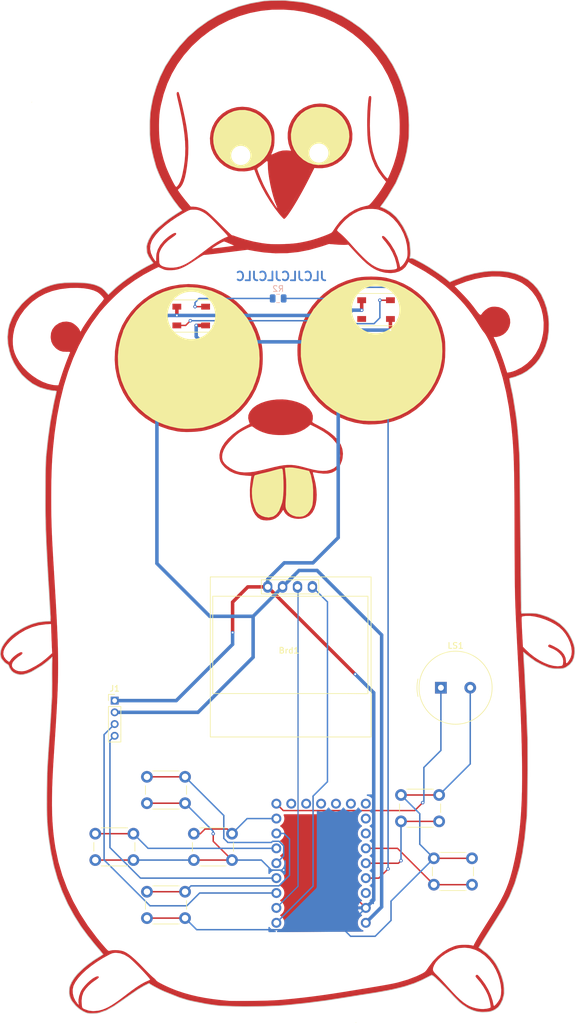
<source format=kicad_pcb>
(kicad_pcb (version 20240108) (generator "pcbnew") (generator_version "8.0")
  (layers (0 "F.Cu" signal) (31 "B.Cu" signal) (34 "B.Paste" user) (35 "F.Paste" user) (36 "B.SilkS" user "B.Silkscreen") (37 "F.SilkS" user "F.Silkscreen") (38 "B.Mask" user) (39 "F.Mask" user) (44 "Edge.Cuts" user))
  (net 0 "")
  (net 1 "GND")
  (net 2 "VCC")
  (net 3 "Net-(D1-DIN)")
  (net 4 "Net-(D1-DOUT)")
  (net 6 "/SDA")
  (net 7 "/SCL")
  (net 8 "/SDA1")
  (net 9 "/SCL1")
  (net 10 "Net-(U1-GP8)")
  (net 11 "/GP29")
  (net 12 "Net-(U1-GP4)")
  (net 13 "Net-(U1-GP5)")
  (net 14 "Net-(U1-GP6)")
  (net 15 "Net-(U1-GP7)")
  (net 16 "Net-(U1-GP28)")
  (net 17 "Net-(U1-GP27)")
  (footprint "MountingHole:MountingHole_3.2mm_M3" (layer "F.Cu") (at 111.2 27.4)
    (property "Reference" "REF**" (hide yes))
    (property "Value" "MountingHole_3.2mm_M3")
  )
  (footprint "LED_SMD:LED_WS2812B_PLCC4_5.0x5.0mm_P3.2mm" (layer "F.Cu") (at 96.15 72.4)
    (property "Reference" "D1" (hide yes))
    (property "Value" "WS2812B")
  )
  (footprint "LED_SMD:LED_WS2812B_PLCC4_5.0x5.0mm_P3.2mm" (layer "F.Cu") (at 127.65 71.3)
    (property "Reference" "D2" (hide yes))
    (property "Value" "WS2812B")
  )
  (footprint "rp2040-zero:my-rp2040-zero" (layer "F.Cu") (at 118.28 165.74 180)
    (property "Reference" "U1" (hide yes))
    (property "Value" "~" (hide yes))
  )
  (footprint "XIAO:128x64OLED" (layer "F.Cu") (at 112.8 129.2)
    (property "Reference" "Brd1")
    (property "Value" "SSD1306")
  )
  (footprint "Button_Switch_THT:SW_PUSH_6mm_H4.3mm" (layer "F.Cu") (at 131.9 154.1)
    (property "Reference" "SW5" (hide yes))
    (property "Value" "SW_Push")
  )
  (footprint "Button_Switch_THT:SW_PUSH_6mm_H4.3mm" (layer "F.Cu") (at 79.8 160.7)
    (property "Reference" "SW2" (hide yes))
    (property "Value" "SW_Push")
  )
  (footprint "Button_Switch_THT:SW_PUSH_6mm_H4.3mm" (layer "F.Cu") (at 88.6 170.6)
    (property "Reference" "SW3" (hide yes))
    (property "Value" "SW_Push")
  )
  (footprint "Connector_PinHeader_2.00mm:PinHeader_1x04_P2.00mm_Vertical" (layer "F.Cu") (at 83.1 138)
    (property "Reference" "J1")
    (property "Value" "Conn_01x04_Pin")
  )
  (footprint "Button_Switch_THT:SW_PUSH_6mm_H4.3mm" (layer "F.Cu") (at 88.6 151)
    (property "Reference" "SW1" (hide yes))
    (property "Value" "SW_Push")
  )
  (footprint "Button_Switch_THT:SW_PUSH_6mm_H4.3mm" (layer "F.Cu") (at 96.6 160.7)
    (property "Reference" "SW4" (hide yes))
    (property "Value" "SW_Push")
  )
  (footprint "Button_Switch_THT:SW_PUSH_6mm_H4.3mm" (layer "F.Cu") (at 137.5 164.9)
    (property "Reference" "SW6" (hide yes))
    (property "Value" "SW_Push")
  )
  (footprint "Buzzer_Beeper:Buzzer_TDK_PS1240P02BT_D12.2mm_H6.5mm" (layer "F.Cu") (at 138.7 135.8)
    (property "Reference" "LS1")
    (property "Value" "Speaker")
  )
  (footprint "gopher:gopher_bird" (layer "F.Cu") (at 112.2 108.9)
    (property "Reference" "G***" (hide yes))
    (property "Value" "LOGO" (hide yes))
    (fp_line (start -48.58 21.17) (end -48.52 20.56) (stroke (width 0.12)) (layer "Edge.Cuts"))
    (fp_line (start -48.52 20.56) (end -48.3 19.94) (stroke (width 0.12)) (layer "Edge.Cuts"))
    (fp_line (start -48.49 21.72) (end -48.58 21.17) (stroke (width 0.12)) (layer "Edge.Cuts"))
    (fp_line (start -48.35 21.99) (end -48.49 21.72) (stroke (width 0.12)) (layer "Edge.Cuts"))
    (fp_line (start -48.3 19.94) (end -47.9 19.3) (stroke (width 0.12)) (layer "Edge.Cuts"))
    (fp_line (start -48.09 22.33) (end -48.35 21.99) (stroke (width 0.12)) (layer "Edge.Cuts"))
    (fp_line (start -47.9 19.3) (end -47.39 18.67) (stroke (width 0.12)) (layer "Edge.Cuts"))
    (fp_line (start -47.84 22.61) (end -48.09 22.33) (stroke (width 0.12)) (layer "Edge.Cuts"))
    (fp_line (start -47.56 22.82) (end -47.84 22.61) (stroke (width 0.12)) (layer "Edge.Cuts"))
    (fp_line (start -47.39 18.67) (end -46.74 18.03) (stroke (width 0.12)) (layer "Edge.Cuts"))
    (fp_line (start -47.37 -32.93) (end -47.26 -34.14) (stroke (width 0.12)) (layer "Edge.Cuts"))
    (fp_line (start -47.31 -31.76) (end -47.37 -32.93) (stroke (width 0.12)) (layer "Edge.Cuts"))
    (fp_line (start -47.3 22.96) (end -47.56 22.82) (stroke (width 0.12)) (layer "Edge.Cuts"))
    (fp_line (start -47.26 -34.14) (end -47.06 -35.02) (stroke (width 0.12)) (layer "Edge.Cuts"))
    (fp_line (start -47.2 23.07) (end -47.3 22.96) (stroke (width 0.12)) (layer "Edge.Cuts"))
    (fp_line (start -47.06 -35.02) (end -46.61 -36.16) (stroke (width 0.12)) (layer "Edge.Cuts"))
    (fp_line (start -47.03 -30.45) (end -47.31 -31.76) (stroke (width 0.12)) (layer "Edge.Cuts"))
    (fp_line (start -46.99 23.57) (end -47.2 23.07) (stroke (width 0.12)) (layer "Edge.Cuts"))
    (fp_line (start -46.75 -29.5) (end -47.03 -30.45) (stroke (width 0.12)) (layer "Edge.Cuts"))
    (fp_line (start -46.74 18.03) (end -46.14 17.56) (stroke (width 0.12)) (layer "Edge.Cuts"))
    (fp_line (start -46.7 24.01) (end -46.99 23.57) (stroke (width 0.12)) (layer "Edge.Cuts"))
    (fp_line (start -46.61 -36.16) (end -46.21 -36.9) (stroke (width 0.12)) (layer "Edge.Cuts"))
    (fp_line (start -46.29 24.36) (end -46.7 24.01) (stroke (width 0.12)) (layer "Edge.Cuts"))
    (fp_line (start -46.26 -28.43) (end -46.75 -29.5) (stroke (width 0.12)) (layer "Edge.Cuts"))
    (fp_line (start -46.21 -36.9) (end -46.03 -37.22) (stroke (width 0.12)) (layer "Edge.Cuts"))
    (fp_line (start -46.14 17.56) (end -45.11 16.91) (stroke (width 0.12)) (layer "Edge.Cuts"))
    (fp_line (start -46.03 -37.22) (end -44.96 -38.55) (stroke (width 0.12)) (layer "Edge.Cuts"))
    (fp_line (start -45.72 24.6) (end -46.29 24.36) (stroke (width 0.12)) (layer "Edge.Cuts"))
    (fp_line (start -45.67 -27.45) (end -46.26 -28.43) (stroke (width 0.12)) (layer "Edge.Cuts"))
    (fp_line (start -45.24 24.68) (end -45.72 24.6) (stroke (width 0.12)) (layer "Edge.Cuts"))
    (fp_line (start -45.11 16.91) (end -44.52 16.58) (stroke (width 0.12)) (layer "Edge.Cuts"))
    (fp_line (start -44.96 -38.55) (end -44.39 -39.11) (stroke (width 0.12)) (layer "Edge.Cuts"))
    (fp_line (start -44.92 -26.47) (end -45.67 -27.45) (stroke (width 0.12)) (layer "Edge.Cuts"))
    (fp_line (start -44.65 24.66) (end -45.24 24.68) (stroke (width 0.12)) (layer "Edge.Cuts"))
    (fp_line (start -44.52 16.58) (end -43.82 16.26) (stroke (width 0.12)) (layer "Edge.Cuts"))
    (fp_line (start -44.39 -39.11) (end -43.49 -39.91) (stroke (width 0.12)) (layer "Edge.Cuts"))
    (fp_line (start -44.1 -25.7) (end -44.92 -26.47) (stroke (width 0.12)) (layer "Edge.Cuts"))
    (fp_line (start -43.96 24.47) (end -44.65 24.66) (stroke (width 0.12)) (layer "Edge.Cuts"))
    (fp_line (start -43.82 16.26) (end -43.08 15.97) (stroke (width 0.12)) (layer "Edge.Cuts"))
    (fp_line (start -43.49 -39.91) (end -42.53 -40.58) (stroke (width 0.12)) (layer "Edge.Cuts"))
    (fp_line (start -43.36 24.23) (end -43.96 24.47) (stroke (width 0.12)) (layer "Edge.Cuts"))
    (fp_line (start -43.14 -24.96) (end -44.1 -25.7) (stroke (width 0.12)) (layer "Edge.Cuts"))
    (fp_line (start -43.08 15.97) (end -42.13 15.71) (stroke (width 0.12)) (layer "Edge.Cuts"))
    (fp_line (start -42.91 23.98) (end -43.36 24.23) (stroke (width 0.12)) (layer "Edge.Cuts"))
    (fp_line (start -42.53 -40.58) (end -41.41 -41.2) (stroke (width 0.12)) (layer "Edge.Cuts"))
    (fp_line (start -42.22 -24.47) (end -43.14 -24.96) (stroke (width 0.12)) (layer "Edge.Cuts"))
    (fp_line (start -42.13 15.71) (end -41.13 15.58) (stroke (width 0.12)) (layer "Edge.Cuts"))
    (fp_line (start -41.76 -24.27) (end -42.22 -24.47) (stroke (width 0.12)) (layer "Edge.Cuts"))
    (fp_line (start -41.44 23.09) (end -42.91 23.98) (stroke (width 0.12)) (layer "Edge.Cuts"))
    (fp_line (start -41.41 -41.2) (end -40.65 -41.53) (stroke (width 0.12)) (layer "Edge.Cuts"))
    (fp_line (start -41.13 15.58) (end -40.06 15.53) (stroke (width 0.12)) (layer "Edge.Cuts"))
    (fp_line (start -40.92 -4.43) (end -40.91 -6.35) (stroke (width 0.12)) (layer "Edge.Cuts"))
    (fp_line (start -40.92 -3.26) (end -40.92 -4.43) (stroke (width 0.12)) (layer "Edge.Cuts"))
    (fp_line (start -40.91 -6.35) (end -40.89 -10.57) (stroke (width 0.12)) (layer "Edge.Cuts"))
    (fp_line (start -40.89 -10.57) (end -40.81 -12.49) (stroke (width 0.12)) (layer "Edge.Cuts"))
    (fp_line (start -40.88 -1.62) (end -40.92 -3.26) (stroke (width 0.12)) (layer "Edge.Cuts"))
    (fp_line (start -40.86 -0.14) (end -40.88 -1.62) (stroke (width 0.12)) (layer "Edge.Cuts"))
    (fp_line (start -40.81 -12.49) (end -40.49 -15.48) (stroke (width 0.12)) (layer "Edge.Cuts"))
    (fp_line (start -40.75 -23.97) (end -41.76 -24.27) (stroke (width 0.12)) (layer "Edge.Cuts"))
    (fp_line (start -40.71 3.16) (end -40.86 -0.14) (stroke (width 0.12)) (layer "Edge.Cuts"))
    (fp_line (start -40.68 45.15) (end -40.66 43.86) (stroke (width 0.12)) (layer "Edge.Cuts"))
    (fp_line (start -40.68 46.38) (end -40.68 45.15) (stroke (width 0.12)) (layer "Edge.Cuts"))
    (fp_line (start -40.68 47.61) (end -40.68 46.38) (stroke (width 0.12)) (layer "Edge.Cuts"))
    (fp_line (start -40.66 43.86) (end -40.62 41.76) (stroke (width 0.12)) (layer "Edge.Cuts"))
    (fp_line (start -40.66 48.59) (end -40.68 47.61) (stroke (width 0.12)) (layer "Edge.Cuts"))
    (fp_line (start -40.65 -41.53) (end -39.91 -41.79) (stroke (width 0.12)) (layer "Edge.Cuts"))
    (fp_line (start -40.62 5.04) (end -40.71 3.16) (stroke (width 0.12)) (layer "Edge.Cuts"))
    (fp_line (start -40.62 41.76) (end -40.55 39.99) (stroke (width 0.12)) (layer "Edge.Cuts"))
    (fp_line (start -40.62 49.56) (end -40.66 48.59) (stroke (width 0.12)) (layer "Edge.Cuts"))
    (fp_line (start -40.55 39.99) (end -40.48 38.95) (stroke (width 0.12)) (layer "Edge.Cuts"))
    (fp_line (start -40.5 22.37) (end -41.44 23.09) (stroke (width 0.12)) (layer "Edge.Cuts"))
    (fp_line (start -40.49 -15.48) (end -40.09 -18.41) (stroke (width 0.12)) (layer "Edge.Cuts"))
    (fp_line (start -40.49 51.33) (end -40.62 49.56) (stroke (width 0.12)) (layer "Edge.Cuts"))
    (fp_line (start -40.48 38.95) (end -40.35 36.88) (stroke (width 0.12)) (layer "Edge.Cuts"))
    (fp_line (start -40.43 8.47) (end -40.62 5.04) (stroke (width 0.12)) (layer "Edge.Cuts"))
    (fp_line (start -40.35 36.88) (end -40.16 34.28) (stroke (width 0.12)) (layer "Edge.Cuts"))
    (fp_line (start -40.32 52.76) (end -40.49 51.33) (stroke (width 0.12)) (layer "Edge.Cuts"))
    (fp_line (start -40.26 11.12) (end -40.43 8.47) (stroke (width 0.12)) (layer "Edge.Cuts"))
    (fp_line (start -40.16 34.28) (end -39.95 30.92) (stroke (width 0.12)) (layer "Edge.Cuts"))
    (fp_line (start -40.14 13.4) (end -40.26 11.12) (stroke (width 0.12)) (layer "Edge.Cuts"))
    (fp_line (start -40.09 -18.41) (end -39.47 -21.71) (stroke (width 0.12)) (layer "Edge.Cuts"))
    (fp_line (start -40.06 15.53) (end -40.04 14.86) (stroke (width 0.12)) (layer "Edge.Cuts"))
    (fp_line (start -40.04 14.86) (end -40.14 13.4) (stroke (width 0.12)) (layer "Edge.Cuts"))
    (fp_line (start -39.98 54.94) (end -40.32 52.76) (stroke (width 0.12)) (layer "Edge.Cuts"))
    (fp_line (start -39.95 30.92) (end -39.81 28.43) (stroke (width 0.12)) (layer "Edge.Cuts"))
    (fp_line (start -39.92 -23.79) (end -40.75 -23.97) (stroke (width 0.12)) (layer "Edge.Cuts"))
    (fp_line (start -39.91 -41.79) (end -38.97 -42.03) (stroke (width 0.12)) (layer "Edge.Cuts"))
    (fp_line (start -39.81 28.43) (end -39.79 26.13) (stroke (width 0.12)) (layer "Edge.Cuts"))
    (fp_line (start -39.8 24.45) (end -39.79 22.78) (stroke (width 0.12)) (layer "Edge.Cuts"))
    (fp_line (start -39.79 22.78) (end -39.75 21.69) (stroke (width 0.12)) (layer "Edge.Cuts"))
    (fp_line (start -39.79 26.13) (end -39.8 24.45) (stroke (width 0.12)) (layer "Edge.Cuts"))
    (fp_line (start -39.75 21.69) (end -40.5 22.37) (stroke (width 0.12)) (layer "Edge.Cuts"))
    (fp_line (start -39.47 -21.71) (end -39.24 -22.72) (stroke (width 0.12)) (layer "Edge.Cuts"))
    (fp_line (start -39.46 57.37) (end -39.98 54.94) (stroke (width 0.12)) (layer "Edge.Cuts"))
    (fp_line (start -39.35 -23.73) (end -39.92 -23.79) (stroke (width 0.12)) (layer "Edge.Cuts"))
    (fp_line (start -39.24 -22.72) (end -39.03 -23.67) (stroke (width 0.12)) (layer "Edge.Cuts"))
    (fp_line (start -39.03 -23.67) (end -39.35 -23.73) (stroke (width 0.12)) (layer "Edge.Cuts"))
    (fp_line (start -38.97 -42.03) (end -37.63 -42.2) (stroke (width 0.12)) (layer "Edge.Cuts"))
    (fp_line (start -38.86 59.48) (end -39.46 57.37) (stroke (width 0.12)) (layer "Edge.Cuts"))
    (fp_line (start -38.06 61.67) (end -38.86 59.48) (stroke (width 0.12)) (layer "Edge.Cuts"))
    (fp_line (start -37.63 -42.2) (end -35.99 -42.22) (stroke (width 0.12)) (layer "Edge.Cuts"))
    (fp_line (start -37.09 63.83) (end -38.06 61.67) (stroke (width 0.12)) (layer "Edge.Cuts"))
    (fp_line (start -36.86 78.91) (end -36.81 78.04) (stroke (width 0.12)) (layer "Edge.Cuts"))
    (fp_line (start -36.81 78.04) (end -36.74 77.79) (stroke (width 0.12)) (layer "Edge.Cuts"))
    (fp_line (start -36.77 79.54) (end -36.86 78.91) (stroke (width 0.12)) (layer "Edge.Cuts"))
    (fp_line (start -36.74 77.79) (end -36.43 77.09) (stroke (width 0.12)) (layer "Edge.Cuts"))
    (fp_line (start -36.53 80.14) (end -36.77 79.54) (stroke (width 0.12)) (layer "Edge.Cuts"))
    (fp_line (start -36.43 77.09) (end -35.99 76.39) (stroke (width 0.12)) (layer "Edge.Cuts"))
    (fp_line (start -36.23 80.57) (end -36.53 80.14) (stroke (width 0.12)) (layer "Edge.Cuts"))
    (fp_line (start -36.04 65.75) (end -37.09 63.83) (stroke (width 0.12)) (layer "Edge.Cuts"))
    (fp_line (start -35.99 -42.22) (end -35.17 -42.21) (stroke (width 0.12)) (layer "Edge.Cuts"))
    (fp_line (start -35.99 76.39) (end -35.42 75.69) (stroke (width 0.12)) (layer "Edge.Cuts"))
    (fp_line (start -35.72 81.18) (end -36.23 80.57) (stroke (width 0.12)) (layer "Edge.Cuts"))
    (fp_line (start -35.42 75.69) (end -34.59 74.88) (stroke (width 0.12)) (layer "Edge.Cuts"))
    (fp_line (start -35.36 81.5) (end -35.72 81.18) (stroke (width 0.12)) (layer "Edge.Cuts"))
    (fp_line (start -35.17 -42.21) (end -34.15 -42.17) (stroke (width 0.12)) (layer "Edge.Cuts"))
    (fp_line (start -35.14 81.7) (end -35.36 81.5) (stroke (width 0.12)) (layer "Edge.Cuts"))
    (fp_line (start -34.87 67.61) (end -36.04 65.75) (stroke (width 0.12)) (layer "Edge.Cuts"))
    (fp_line (start -34.59 74.88) (end -33.75 74.17) (stroke (width 0.12)) (layer "Edge.Cuts"))
    (fp_line (start -34.51 82.1) (end -35.14 81.7) (stroke (width 0.12)) (layer "Edge.Cuts"))
    (fp_line (start -34.15 -42.17) (end -33.26 -42.04) (stroke (width 0.12)) (layer "Edge.Cuts"))
    (fp_line (start -33.94 82.36) (end -34.51 82.1) (stroke (width 0.12)) (layer "Edge.Cuts"))
    (fp_line (start -33.75 74.17) (end -33.2 73.77) (stroke (width 0.12)) (layer "Edge.Cuts"))
    (fp_line (start -33.72 69.17) (end -34.87 67.61) (stroke (width 0.12)) (layer "Edge.Cuts"))
    (fp_line (start -33.71 82.43) (end -33.94 82.36) (stroke (width 0.12)) (layer "Edge.Cuts"))
    (fp_line (start -33.27 82.47) (end -33.71 82.43) (stroke (width 0.12)) (layer "Edge.Cuts"))
    (fp_line (start -33.26 -42.04) (end -32.54 -41.88) (stroke (width 0.12)) (layer "Edge.Cuts"))
    (fp_line (start -33.2 73.77) (end -32.67 73.39) (stroke (width 0.12)) (layer "Edge.Cuts"))
    (fp_line (start -32.72 82.47) (end -33.27 82.47) (stroke (width 0.12)) (layer "Edge.Cuts"))
    (fp_line (start -32.67 73.39) (end -31.87 72.88) (stroke (width 0.12)) (layer "Edge.Cuts"))
    (fp_line (start -32.54 -41.88) (end -31.82 -41.6) (stroke (width 0.12)) (layer "Edge.Cuts"))
    (fp_line (start -32.51 70.68) (end -33.72 69.17) (stroke (width 0.12)) (layer "Edge.Cuts"))
    (fp_line (start -32.09 82.44) (end -32.72 82.47) (stroke (width 0.12)) (layer "Edge.Cuts"))
    (fp_line (start -31.87 72.88) (end -31.37 72.57) (stroke (width 0.12)) (layer "Edge.Cuts"))
    (fp_line (start -31.82 -41.6) (end -31.25 -41.29) (stroke (width 0.12)) (layer "Edge.Cuts"))
    (fp_line (start -31.73 71.59) (end -32.51 70.68) (stroke (width 0.12)) (layer "Edge.Cuts"))
    (fp_line (start -31.69 82.35) (end -32.09 82.44) (stroke (width 0.12)) (layer "Edge.Cuts"))
    (fp_line (start -31.37 72.57) (end -31.09 72.38) (stroke (width 0.12)) (layer "Edge.Cuts"))
    (fp_line (start -31.25 -41.29) (end -30.8 -40.88) (stroke (width 0.12)) (layer "Edge.Cuts"))
    (fp_line (start -31.09 72.38) (end -31.73 71.59) (stroke (width 0.12)) (layer "Edge.Cuts"))
    (fp_line (start -30.8 -40.88) (end -30.22 -40.24) (stroke (width 0.12)) (layer "Edge.Cuts"))
    (fp_line (start -30.51 81.94) (end -31.69 82.35) (stroke (width 0.12)) (layer "Edge.Cuts"))
    (fp_line (start -30.22 -40.24) (end -30.16 -40.19) (stroke (width 0.12)) (layer "Edge.Cuts"))
    (fp_line (start -30.16 -40.19) (end -28.9 -41.38) (stroke (width 0.12)) (layer "Edge.Cuts"))
    (fp_line (start -29.22 81.22) (end -30.51 81.94) (stroke (width 0.12)) (layer "Edge.Cuts"))
    (fp_line (start -28.9 -41.38) (end -27.87 -42.21) (stroke (width 0.12)) (layer "Edge.Cuts"))
    (fp_line (start -27.87 -42.21) (end -27.04 -42.83) (stroke (width 0.12)) (layer "Edge.Cuts"))
    (fp_line (start -27.74 80.2) (end -29.22 81.22) (stroke (width 0.12)) (layer "Edge.Cuts"))
    (fp_line (start -27.04 -42.83) (end -25.63 -43.8) (stroke (width 0.12)) (layer "Edge.Cuts"))
    (fp_line (start -26.56 79.37) (end -27.74 80.2) (stroke (width 0.12)) (layer "Edge.Cuts"))
    (fp_line (start -25.63 -43.8) (end -24.61 -44.43) (stroke (width 0.12)) (layer "Edge.Cuts"))
    (fp_line (start -25.17 78.41) (end -26.56 79.37) (stroke (width 0.12)) (layer "Edge.Cuts"))
    (fp_line (start -24.61 -44.43) (end -23.6 -45) (stroke (width 0.12)) (layer "Edge.Cuts"))
    (fp_line (start -24.08 77.76) (end -25.17 78.41) (stroke (width 0.12)) (layer "Edge.Cuts"))
    (fp_line (start -23.67 -48.39) (end -23.56 -48.82) (stroke (width 0.12)) (layer "Edge.Cuts"))
    (fp_line (start -23.61 -47.32) (end -23.67 -48.39) (stroke (width 0.12)) (layer "Edge.Cuts"))
    (fp_line (start -23.6 -45) (end -22.66 -45.48) (stroke (width 0.12)) (layer "Edge.Cuts"))
    (fp_line (start -23.56 -48.82) (end -23.3 -49.51) (stroke (width 0.12)) (layer "Edge.Cuts"))
    (fp_line (start -23.31 -46.64) (end -23.61 -47.32) (stroke (width 0.12)) (layer "Edge.Cuts"))
    (fp_line (start -23.3 -49.51) (end -22.84 -50.34) (stroke (width 0.12)) (layer "Edge.Cuts"))
    (fp_line (start -23.23 77.34) (end -24.08 77.76) (stroke (width 0.12)) (layer "Edge.Cuts"))
    (fp_line (start -23.13 -69.82) (end -23.04 -71.18) (stroke (width 0.12)) (layer "Edge.Cuts"))
    (fp_line (start -23.13 -68.27) (end -23.13 -69.82) (stroke (width 0.12)) (layer "Edge.Cuts"))
    (fp_line (start -23.13 -67.44) (end -23.13 -68.27) (stroke (width 0.12)) (layer "Edge.Cuts"))
    (fp_line (start -23.07 77.48) (end -23.23 77.34) (stroke (width 0.12)) (layer "Edge.Cuts"))
    (fp_line (start -23.04 -71.18) (end -22.88 -72.26) (stroke (width 0.12)) (layer "Edge.Cuts"))
    (fp_line (start -23.04 -66.34) (end -23.13 -67.44) (stroke (width 0.12)) (layer "Edge.Cuts"))
    (fp_line (start -22.97 -46.11) (end -23.31 -46.64) (stroke (width 0.12)) (layer "Edge.Cuts"))
    (fp_line (start -22.88 -72.26) (end -22.58 -73.76) (stroke (width 0.12)) (layer "Edge.Cuts"))
    (fp_line (start -22.88 -65.23) (end -23.04 -66.34) (stroke (width 0.12)) (layer "Edge.Cuts"))
    (fp_line (start -22.84 -50.34) (end -22.21 -51.1) (stroke (width 0.12)) (layer "Edge.Cuts"))
    (fp_line (start -22.66 -45.48) (end -22.56 -45.55) (stroke (width 0.12)) (layer "Edge.Cuts"))
    (fp_line (start -22.58 -73.76) (end -22.01 -75.63) (stroke (width 0.12)) (layer "Edge.Cuts"))
    (fp_line (start -22.56 -45.55) (end -22.97 -46.11) (stroke (width 0.12)) (layer "Edge.Cuts"))
    (fp_line (start -22.53 -63.67) (end -22.88 -65.23) (stroke (width 0.12)) (layer "Edge.Cuts"))
    (fp_line (start -22.41 77.86) (end -23.07 77.48) (stroke (width 0.12)) (layer "Edge.Cuts"))
    (fp_line (start -22.21 -51.1) (end -21.73 -51.56) (stroke (width 0.12)) (layer "Edge.Cuts"))
    (fp_line (start -22.04 -61.89) (end -22.53 -63.67) (stroke (width 0.12)) (layer "Edge.Cuts"))
    (fp_line (start -22.01 -75.63) (end -21.37 -77.3) (stroke (width 0.12)) (layer "Edge.Cuts"))
    (fp_line (start -21.73 -51.56) (end -20.7 -52.43) (stroke (width 0.12)) (layer "Edge.Cuts"))
    (fp_line (start -21.61 -60.82) (end -22.04 -61.89) (stroke (width 0.12)) (layer "Edge.Cuts"))
    (fp_line (start -21.38 78.4) (end -22.41 77.86) (stroke (width 0.12)) (layer "Edge.Cuts"))
    (fp_line (start -21.37 -77.3) (end -20.51 -79.07) (stroke (width 0.12)) (layer "Edge.Cuts"))
    (fp_line (start -21.2 -59.9) (end -21.61 -60.82) (stroke (width 0.12)) (layer "Edge.Cuts"))
    (fp_line (start -20.7 -52.43) (end -20 -52.99) (stroke (width 0.12)) (layer "Edge.Cuts"))
    (fp_line (start -20.59 78.76) (end -21.38 78.4) (stroke (width 0.12)) (layer "Edge.Cuts"))
    (fp_line (start -20.51 -79.07) (end -19.37 -80.84) (stroke (width 0.12)) (layer "Edge.Cuts"))
    (fp_line (start -20.29 -58.17) (end -21.2 -59.9) (stroke (width 0.12)) (layer "Edge.Cuts"))
    (fp_line (start -20 -52.99) (end -19.35 -53.44) (stroke (width 0.12)) (layer "Edge.Cuts"))
    (fp_line (start -19.82 -57.39) (end -20.29 -58.17) (stroke (width 0.12)) (layer "Edge.Cuts"))
    (fp_line (start -19.37 -80.84) (end -18.02 -82.59) (stroke (width 0.12)) (layer "Edge.Cuts"))
    (fp_line (start -19.35 -53.44) (end -18.62 -53.93) (stroke (width 0.12)) (layer "Edge.Cuts"))
    (fp_line (start -19.03 -56.21) (end -19.82 -57.39) (stroke (width 0.12)) (layer "Edge.Cuts"))
    (fp_line (start -18.62 -53.93) (end -17.73 -54.48) (stroke (width 0.12)) (layer "Edge.Cuts"))
    (fp_line (start -18.17 -55.08) (end -19.03 -56.21) (stroke (width 0.12)) (layer "Edge.Cuts"))
    (fp_line (start -18.1 79.75) (end -20.59 78.76) (stroke (width 0.12)) (layer "Edge.Cuts"))
    (fp_line (start -18.02 -82.59) (end -16.61 -84.13) (stroke (width 0.12)) (layer "Edge.Cuts"))
    (fp_line (start -17.73 -54.48) (end -17.66 -54.51) (stroke (width 0.12)) (layer "Edge.Cuts"))
    (fp_line (start -17.66 -54.51) (end -18.17 -55.08) (stroke (width 0.12)) (layer "Edge.Cuts"))
    (fp_line (start -16.68 80.2) (end -18.1 79.75) (stroke (width 0.12)) (layer "Edge.Cuts"))
    (fp_line (start -16.61 -84.13) (end -14.92 -85.6) (stroke (width 0.12)) (layer "Edge.Cuts"))
    (fp_line (start -15.65 80.43) (end -16.68 80.2) (stroke (width 0.12)) (layer "Edge.Cuts"))
    (fp_line (start -14.92 -85.6) (end -13.17 -86.86) (stroke (width 0.12)) (layer "Edge.Cuts"))
    (fp_line (start -13.54 80.85) (end -15.65 80.43) (stroke (width 0.12)) (layer "Edge.Cuts"))
    (fp_line (start -13.17 -86.86) (end -11.62 -87.77) (stroke (width 0.12)) (layer "Edge.Cuts"))
    (fp_line (start -12.15 81.06) (end -13.54 80.85) (stroke (width 0.12)) (layer "Edge.Cuts"))
    (fp_line (start -11.62 -87.77) (end -9.82 -88.62) (stroke (width 0.12)) (layer "Edge.Cuts"))
    (fp_line (start -11.11 81.18) (end -12.15 81.06) (stroke (width 0.12)) (layer "Edge.Cuts"))
    (fp_line (start -9.82 -88.62) (end -7.96 -89.33) (stroke (width 0.12)) (layer "Edge.Cuts"))
    (fp_line (start -8.99 81.27) (end -11.11 81.18) (stroke (width 0.12)) (layer "Edge.Cuts"))
    (fp_line (start -7.96 -89.33) (end -5.91 -89.87) (stroke (width 0.12)) (layer "Edge.Cuts"))
    (fp_line (start -7.09 81.31) (end -8.99 81.27) (stroke (width 0.12)) (layer "Edge.Cuts"))
    (fp_line (start -5.91 -89.87) (end -3.63 -90.27) (stroke (width 0.12)) (layer "Edge.Cuts"))
    (fp_line (start -3.65 81.27) (end -7.09 81.31) (stroke (width 0.12)) (layer "Edge.Cuts"))
    (fp_line (start -3.63 -90.27) (end -2.42 -90.34) (stroke (width 0.12)) (layer "Edge.Cuts"))
    (fp_line (start -2.42 -90.34) (end -0.08 -90.35) (stroke (width 0.12)) (layer "Edge.Cuts"))
    (fp_line (start -1.28 81.17) (end -3.65 81.27) (stroke (width 0.12)) (layer "Edge.Cuts"))
    (fp_line (start -0.08 -90.35) (end 2.93 -90.05) (stroke (width 0.12)) (layer "Edge.Cuts"))
    (fp_line (start 0.28 81.05) (end -1.28 81.17) (stroke (width 0.12)) (layer "Edge.Cuts"))
    (fp_line (start 2.93 -90.05) (end 3.88 -89.87) (stroke (width 0.12)) (layer "Edge.Cuts"))
    (fp_line (start 3.48 80.72) (end 0.28 81.05) (stroke (width 0.12)) (layer "Edge.Cuts"))
    (fp_line (start 3.88 -89.87) (end 5.86 -89.33) (stroke (width 0.12)) (layer "Edge.Cuts"))
    (fp_line (start 5.86 -89.33) (end 7.65 -88.66) (stroke (width 0.12)) (layer "Edge.Cuts"))
    (fp_line (start 6.91 80.28) (end 3.48 80.72) (stroke (width 0.12)) (layer "Edge.Cuts"))
    (fp_line (start 7.65 -88.66) (end 9.19 -87.93) (stroke (width 0.12)) (layer "Edge.Cuts"))
    (fp_line (start 9.19 -87.93) (end 9.64 -87.73) (stroke (width 0.12)) (layer "Edge.Cuts"))
    (fp_line (start 9.63 79.85) (end 6.91 80.28) (stroke (width 0.12)) (layer "Edge.Cuts"))
    (fp_line (start 9.64 -87.73) (end 11.17 -86.81) (stroke (width 0.12)) (layer "Edge.Cuts"))
    (fp_line (start 11.17 -86.81) (end 12.82 -85.65) (stroke (width 0.12)) (layer "Edge.Cuts"))
    (fp_line (start 12.7 79.35) (end 9.63 79.85) (stroke (width 0.12)) (layer "Edge.Cuts"))
    (fp_line (start 12.82 -85.65) (end 14.07 -84.57) (stroke (width 0.12)) (layer "Edge.Cuts"))
    (fp_line (start 14.07 -84.57) (end 14.85 -83.83) (stroke (width 0.12)) (layer "Edge.Cuts"))
    (fp_line (start 14.85 -83.83) (end 16.01 -82.57) (stroke (width 0.12)) (layer "Edge.Cuts"))
    (fp_line (start 15.51 78.91) (end 12.7 79.35) (stroke (width 0.12)) (layer "Edge.Cuts"))
    (fp_line (start 16.01 -82.57) (end 17.25 -80.98) (stroke (width 0.12)) (layer "Edge.Cuts"))
    (fp_line (start 16.23 -55.12) (end 16.46 -55.05) (stroke (width 0.12)) (layer "Edge.Cuts"))
    (fp_line (start 16.37 -55.35) (end 16.23 -55.12) (stroke (width 0.12)) (layer "Edge.Cuts"))
    (fp_line (start 16.46 -55.05) (end 17.09 -54.77) (stroke (width 0.12)) (layer "Edge.Cuts"))
    (fp_line (start 16.68 -55.75) (end 16.37 -55.35) (stroke (width 0.12)) (layer "Edge.Cuts"))
    (fp_line (start 17.09 -54.77) (end 17.92 -54.26) (stroke (width 0.12)) (layer "Edge.Cuts"))
    (fp_line (start 17.25 -80.98) (end 18.28 -79.37) (stroke (width 0.12)) (layer "Edge.Cuts"))
    (fp_line (start 17.42 78.56) (end 15.51 78.91) (stroke (width 0.12)) (layer "Edge.Cuts"))
    (fp_line (start 17.43 -56.84) (end 16.68 -55.75) (stroke (width 0.12)) (layer "Edge.Cuts"))
    (fp_line (start 17.92 -54.26) (end 18.18 -54.05) (stroke (width 0.12)) (layer "Edge.Cuts"))
    (fp_line (start 18.18 -54.05) (end 18.88 -53.41) (stroke (width 0.12)) (layer "Edge.Cuts"))
    (fp_line (start 18.28 -79.37) (end 19.14 -77.68) (stroke (width 0.12)) (layer "Edge.Cuts"))
    (fp_line (start 18.36 78.37) (end 17.42 78.56) (stroke (width 0.12)) (layer "Edge.Cuts"))
    (fp_line (start 18.83 -59.18) (end 17.43 -56.84) (stroke (width 0.12)) (layer "Edge.Cuts"))
    (fp_line (start 18.88 -53.41) (end 19.41 -52.75) (stroke (width 0.12)) (layer "Edge.Cuts"))
    (fp_line (start 19.14 -77.68) (end 19.61 -76.58) (stroke (width 0.12)) (layer "Edge.Cuts"))
    (fp_line (start 19.41 -52.75) (end 20.05 -51.8) (stroke (width 0.12)) (layer "Edge.Cuts"))
    (fp_line (start 19.61 -76.58) (end 20.27 -74.6) (stroke (width 0.12)) (layer "Edge.Cuts"))
    (fp_line (start 19.64 78.06) (end 18.36 78.37) (stroke (width 0.12)) (layer "Edge.Cuts"))
    (fp_line (start 19.79 -61.41) (end 18.83 -59.18) (stroke (width 0.12)) (layer "Edge.Cuts"))
    (fp_line (start 20.05 -51.8) (end 20.56 -50.8) (stroke (width 0.12)) (layer "Edge.Cuts"))
    (fp_line (start 20.15 -62.48) (end 19.79 -61.41) (stroke (width 0.12)) (layer "Edge.Cuts"))
    (fp_line (start 20.27 -74.6) (end 20.58 -73.57) (stroke (width 0.12)) (layer "Edge.Cuts"))
    (fp_line (start 20.36 77.87) (end 19.64 78.06) (stroke (width 0.12)) (layer "Edge.Cuts"))
    (fp_line (start 20.38 -63.26) (end 20.15 -62.48) (stroke (width 0.12)) (layer "Edge.Cuts"))
    (fp_line (start 20.56 -50.8) (end 20.73 -50.37) (stroke (width 0.12)) (layer "Edge.Cuts"))
    (fp_line (start 20.58 -73.57) (end 20.91 -71.9) (stroke (width 0.12)) (layer "Edge.Cuts"))
    (fp_line (start 20.7 -64.59) (end 20.38 -63.26) (stroke (width 0.12)) (layer "Edge.Cuts"))
    (fp_line (start 20.73 -50.37) (end 21.01 -49.65) (stroke (width 0.12)) (layer "Edge.Cuts"))
    (fp_line (start 20.87 -65.62) (end 20.7 -64.59) (stroke (width 0.12)) (layer "Edge.Cuts"))
    (fp_line (start 20.91 -71.9) (end 21.01 -70.92) (stroke (width 0.12)) (layer "Edge.Cuts"))
    (fp_line (start 21.01 -70.92) (end 21.09 -69.06) (stroke (width 0.12)) (layer "Edge.Cuts"))
    (fp_line (start 21.01 -49.65) (end 21.2 -48.96) (stroke (width 0.12)) (layer "Edge.Cuts"))
    (fp_line (start 21.06 -67.05) (end 20.87 -65.62) (stroke (width 0.12)) (layer "Edge.Cuts"))
    (fp_line (start 21.09 -69.06) (end 21.06 -67.05) (stroke (width 0.12)) (layer "Edge.Cuts"))
    (fp_line (start 21.2 -48.96) (end 21.3 -47.88) (stroke (width 0.12)) (layer "Edge.Cuts"))
    (fp_line (start 21.22 -46.37) (end 21.26 -46.35) (stroke (width 0.12)) (layer "Edge.Cuts"))
    (fp_line (start 21.25 -46.54) (end 21.22 -46.37) (stroke (width 0.12)) (layer "Edge.Cuts"))
    (fp_line (start 21.26 -46.35) (end 21.5 -46.38) (stroke (width 0.12)) (layer "Edge.Cuts"))
    (fp_line (start 21.3 -47.88) (end 21.32 -47.2) (stroke (width 0.12)) (layer "Edge.Cuts"))
    (fp_line (start 21.3 -46.85) (end 21.25 -46.54) (stroke (width 0.12)) (layer "Edge.Cuts"))
    (fp_line (start 21.32 -47.2) (end 21.3 -46.85) (stroke (width 0.12)) (layer "Edge.Cuts"))
    (fp_line (start 21.5 -46.38) (end 21.73 -46.34) (stroke (width 0.12)) (layer "Edge.Cuts"))
    (fp_line (start 21.73 -46.34) (end 21.99 -46.24) (stroke (width 0.12)) (layer "Edge.Cuts"))
    (fp_line (start 21.97 77.34) (end 20.36 77.87) (stroke (width 0.12)) (layer "Edge.Cuts"))
    (fp_line (start 21.99 -46.24) (end 22.4 -46.03) (stroke (width 0.12)) (layer "Edge.Cuts"))
    (fp_line (start 22.4 -46.03) (end 23.5 -45.44) (stroke (width 0.12)) (layer "Edge.Cuts"))
    (fp_line (start 23.3 76.77) (end 21.97 77.34) (stroke (width 0.12)) (layer "Edge.Cuts"))
    (fp_line (start 23.5 -45.44) (end 24.57 -44.8) (stroke (width 0.12)) (layer "Edge.Cuts"))
    (fp_line (start 24.57 -44.8) (end 26.02 -43.84) (stroke (width 0.12)) (layer "Edge.Cuts"))
    (fp_line (start 24.88 75.96) (end 23.3 76.77) (stroke (width 0.12)) (layer "Edge.Cuts"))
    (fp_line (start 25 75.97) (end 24.88 75.96) (stroke (width 0.12)) (layer "Edge.Cuts"))
    (fp_line (start 25.16 76.06) (end 25 75.97) (stroke (width 0.12)) (layer "Edge.Cuts"))
    (fp_line (start 25.57 76.4) (end 25.16 76.06) (stroke (width 0.12)) (layer "Edge.Cuts"))
    (fp_line (start 26.02 -43.84) (end 26.83 -43.28) (stroke (width 0.12)) (layer "Edge.Cuts"))
    (fp_line (start 26.19 76.98) (end 25.57 76.4) (stroke (width 0.12)) (layer "Edge.Cuts"))
    (fp_line (start 26.83 -43.28) (end 27.52 -42.75) (stroke (width 0.12)) (layer "Edge.Cuts"))
    (fp_line (start 27.19 77.98) (end 26.19 76.98) (stroke (width 0.12)) (layer "Edge.Cuts"))
    (fp_line (start 27.52 -42.75) (end 28.02 -42.33) (stroke (width 0.12)) (layer "Edge.Cuts"))
    (fp_line (start 28.02 -42.33) (end 28.71 -42.63) (stroke (width 0.12)) (layer "Edge.Cuts"))
    (fp_line (start 28.18 79.02) (end 27.19 77.98) (stroke (width 0.12)) (layer "Edge.Cuts"))
    (fp_line (start 28.71 -42.63) (end 29.64 -42.98) (stroke (width 0.12)) (layer "Edge.Cuts"))
    (fp_line (start 28.75 79.64) (end 28.18 79.02) (stroke (width 0.12)) (layer "Edge.Cuts"))
    (fp_line (start 29.64 -42.98) (end 30.6 -43.36) (stroke (width 0.12)) (layer "Edge.Cuts"))
    (fp_line (start 29.69 80.57) (end 28.75 79.64) (stroke (width 0.12)) (layer "Edge.Cuts"))
    (fp_line (start 30.23 81) (end 29.69 80.57) (stroke (width 0.12)) (layer "Edge.Cuts"))
    (fp_line (start 30.6 -43.36) (end 32.22 -43.8) (stroke (width 0.12)) (layer "Edge.Cuts"))
    (fp_line (start 31.08 81.56) (end 30.23 81) (stroke (width 0.12)) (layer "Edge.Cuts"))
    (fp_line (start 31.76 81.88) (end 31.08 81.56) (stroke (width 0.12)) (layer "Edge.Cuts"))
    (fp_line (start 32.22 -43.8) (end 33.83 -44.09) (stroke (width 0.12)) (layer "Edge.Cuts"))
    (fp_line (start 32.24 82.05) (end 31.76 81.88) (stroke (width 0.12)) (layer "Edge.Cuts"))
    (fp_line (start 32.59 82.14) (end 32.24 82.05) (stroke (width 0.12)) (layer "Edge.Cuts"))
    (fp_line (start 32.98 71.22) (end 33.41 71.5) (stroke (width 0.12)) (layer "Edge.Cuts"))
    (fp_line (start 33.19 70.88) (end 32.98 71.22) (stroke (width 0.12)) (layer "Edge.Cuts"))
    (fp_line (start 33.27 82.24) (end 32.59 82.14) (stroke (width 0.12)) (layer "Edge.Cuts"))
    (fp_line (start 33.41 71.5) (end 34.07 72) (stroke (width 0.12)) (layer "Edge.Cuts"))
    (fp_line (start 33.6 82.26) (end 33.27 82.24) (stroke (width 0.12)) (layer "Edge.Cuts"))
    (fp_line (start 33.68 70.03) (end 33.19 70.88) (stroke (width 0.12)) (layer "Edge.Cuts"))
    (fp_line (start 33.83 -44.09) (end 35.24 -44.21) (stroke (width 0.12)) (layer "Edge.Cuts"))
    (fp_line (start 34.07 72) (end 34.33 72.18) (stroke (width 0.12)) (layer "Edge.Cuts"))
    (fp_line (start 34.33 72.18) (end 34.99 72.83) (stroke (width 0.12)) (layer "Edge.Cuts"))
    (fp_line (start 34.35 82.23) (end 33.6 82.26) (stroke (width 0.12)) (layer "Edge.Cuts"))
    (fp_line (start 34.61 68.55) (end 33.68 70.03) (stroke (width 0.12)) (layer "Edge.Cuts"))
    (fp_line (start 34.99 72.83) (end 35.54 73.5) (stroke (width 0.12)) (layer "Edge.Cuts"))
    (fp_line (start 34.99 82.13) (end 34.35 82.23) (stroke (width 0.12)) (layer "Edge.Cuts"))
    (fp_line (start 35.24 -44.21) (end 36.7 -44.19) (stroke (width 0.12)) (layer "Edge.Cuts"))
    (fp_line (start 35.27 82.03) (end 34.99 82.13) (stroke (width 0.12)) (layer "Edge.Cuts"))
    (fp_line (start 35.54 73.5) (end 35.91 74.05) (stroke (width 0.12)) (layer "Edge.Cuts"))
    (fp_line (start 35.71 81.84) (end 35.27 82.03) (stroke (width 0.12)) (layer "Edge.Cuts"))
    (fp_line (start 35.91 74.05) (end 36.18 74.54) (stroke (width 0.12)) (layer "Edge.Cuts"))
    (fp_line (start 36.12 66.15) (end 34.61 68.55) (stroke (width 0.12)) (layer "Edge.Cuts"))
    (fp_line (start 36.18 74.54) (end 36.6 75.42) (stroke (width 0.12)) (layer "Edge.Cuts"))
    (fp_line (start 36.29 81.39) (end 35.71 81.84) (stroke (width 0.12)) (layer "Edge.Cuts"))
    (fp_line (start 36.6 75.42) (end 36.92 76.31) (stroke (width 0.12)) (layer "Edge.Cuts"))
    (fp_line (start 36.66 80.9) (end 36.29 81.39) (stroke (width 0.12)) (layer "Edge.Cuts"))
    (fp_line (start 36.7 -44.19) (end 38.04 -44.05) (stroke (width 0.12)) (layer "Edge.Cuts"))
    (fp_line (start 36.92 76.31) (end 37.16 77.21) (stroke (width 0.12)) (layer "Edge.Cuts"))
    (fp_line (start 37.03 80.13) (end 36.66 80.9) (stroke (width 0.12)) (layer "Edge.Cuts"))
    (fp_line (start 37.16 77.21) (end 37.28 78.16) (stroke (width 0.12)) (layer "Edge.Cuts"))
    (fp_line (start 37.23 64.35) (end 36.12 66.15) (stroke (width 0.12)) (layer "Edge.Cuts"))
    (fp_line (start 37.25 79.27) (end 37.03 80.13) (stroke (width 0.12)) (layer "Edge.Cuts"))
    (fp_line (start 37.28 78.16) (end 37.29 79.07) (stroke (width 0.12)) (layer "Edge.Cuts"))
    (fp_line (start 37.29 79.07) (end 37.25 79.27) (stroke (width 0.12)) (layer "Edge.Cuts"))
    (fp_line (start 38.04 -44.05) (end 39.27 -43.74) (stroke (width 0.12)) (layer "Edge.Cuts"))
    (fp_line (start 38.2 -25.83) (end 38.26 -25.5) (stroke (width 0.12)) (layer "Edge.Cuts"))
    (fp_line (start 38.2 62.52) (end 37.23 64.35) (stroke (width 0.12)) (layer "Edge.Cuts"))
    (fp_line (start 38.26 -25.5) (end 38.46 -24.45) (stroke (width 0.12)) (layer "Edge.Cuts"))
    (fp_line (start 38.46 -24.45) (end 38.75 -23.11) (stroke (width 0.12)) (layer "Edge.Cuts"))
    (fp_line (start 38.51 -25.94) (end 38.2 -25.83) (stroke (width 0.12)) (layer "Edge.Cuts"))
    (fp_line (start 38.75 -23.11) (end 38.92 -22.11) (stroke (width 0.12)) (layer "Edge.Cuts"))
    (fp_line (start 38.92 -22.11) (end 39.35 -19.36) (stroke (width 0.12)) (layer "Edge.Cuts"))
    (fp_line (start 39.09 -26.09) (end 38.51 -25.94) (stroke (width 0.12)) (layer "Edge.Cuts"))
    (fp_line (start 39.11 60.27) (end 38.2 62.52) (stroke (width 0.12)) (layer "Edge.Cuts"))
    (fp_line (start 39.27 -43.74) (end 40.33 -43.31) (stroke (width 0.12)) (layer "Edge.Cuts"))
    (fp_line (start 39.35 -19.36) (end 39.51 -18.04) (stroke (width 0.12)) (layer "Edge.Cuts"))
    (fp_line (start 39.51 -18.04) (end 39.69 -16.06) (stroke (width 0.12)) (layer "Edge.Cuts"))
    (fp_line (start 39.69 -16.06) (end 39.91 -12.89) (stroke (width 0.12)) (layer "Edge.Cuts"))
    (fp_line (start 39.91 -12.89) (end 39.98 -8.59) (stroke (width 0.12)) (layer "Edge.Cuts"))
    (fp_line (start 39.93 57.47) (end 39.11 60.27) (stroke (width 0.12)) (layer "Edge.Cuts"))
    (fp_line (start 39.98 -8.59) (end 40.03 -3.94) (stroke (width 0.12)) (layer "Edge.Cuts"))
    (fp_line (start 40.03 -3.94) (end 40.08 1.49) (stroke (width 0.12)) (layer "Edge.Cuts"))
    (fp_line (start 40.08 1.49) (end 40.16 6.92) (stroke (width 0.12)) (layer "Edge.Cuts"))
    (fp_line (start 40.16 6.92) (end 40.22 12.28) (stroke (width 0.12)) (layer "Edge.Cuts"))
    (fp_line (start 40.2 13.72) (end 40.26 14.21) (stroke (width 0.12)) (layer "Edge.Cuts"))
    (fp_line (start 40.22 12.28) (end 40.2 13.72) (stroke (width 0.12)) (layer "Edge.Cuts"))
    (fp_line (start 40.26 14.21) (end 41.74 14.18) (stroke (width 0.12)) (layer "Edge.Cuts"))
    (fp_line (start 40.31 -26.58) (end 39.09 -26.09) (stroke (width 0.12)) (layer "Edge.Cuts"))
    (fp_line (start 40.33 -43.31) (end 41.35 -42.74) (stroke (width 0.12)) (layer "Edge.Cuts"))
    (fp_line (start 40.43 55.06) (end 39.93 57.47) (stroke (width 0.12)) (layer "Edge.Cuts"))
    (fp_line (start 40.58 20.86) (end 40.64 22.12) (stroke (width 0.12)) (layer "Edge.Cuts"))
    (fp_line (start 40.64 22.12) (end 40.73 23.37) (stroke (width 0.12)) (layer "Edge.Cuts"))
    (fp_line (start 40.73 23.37) (end 40.89 26.61) (stroke (width 0.12)) (layer "Edge.Cuts"))
    (fp_line (start 40.79 21.05) (end 40.58 20.86) (stroke (width 0.12)) (layer "Edge.Cuts"))
    (fp_line (start 40.8 52.53) (end 40.43 55.06) (stroke (width 0.12)) (layer "Edge.Cuts"))
    (fp_line (start 40.89 26.61) (end 41.04 29.51) (stroke (width 0.12)) (layer "Edge.Cuts"))
    (fp_line (start 41.04 29.51) (end 41.19 33.13) (stroke (width 0.12)) (layer "Edge.Cuts"))
    (fp_line (start 41.15 -27.07) (end 40.31 -26.58) (stroke (width 0.12)) (layer "Edge.Cuts"))
    (fp_line (start 41.18 48.69) (end 40.8 52.53) (stroke (width 0.12)) (layer "Edge.Cuts"))
    (fp_line (start 41.19 33.13) (end 41.29 35.72) (stroke (width 0.12)) (layer "Edge.Cuts"))
    (fp_line (start 41.24 46.52) (end 41.18 48.69) (stroke (width 0.12)) (layer "Edge.Cuts"))
    (fp_line (start 41.29 35.72) (end 41.3 41.25) (stroke (width 0.12)) (layer "Edge.Cuts"))
    (fp_line (start 41.3 41.25) (end 41.24 46.52) (stroke (width 0.12)) (layer "Edge.Cuts"))
    (fp_line (start 41.35 -42.74) (end 42.22 -42) (stroke (width 0.12)) (layer "Edge.Cuts"))
    (fp_line (start 41.63 21.71) (end 40.79 21.05) (stroke (width 0.12)) (layer "Edge.Cuts"))
    (fp_line (start 41.74 14.18) (end 42.85 14.23) (stroke (width 0.12)) (layer "Edge.Cuts"))
    (fp_line (start 41.96 -27.7) (end 41.15 -27.07) (stroke (width 0.12)) (layer "Edge.Cuts"))
    (fp_line (start 42.22 -42) (end 42.97 -41.17) (stroke (width 0.12)) (layer "Edge.Cuts"))
    (fp_line (start 42.61 22.41) (end 41.63 21.71) (stroke (width 0.12)) (layer "Edge.Cuts"))
    (fp_line (start 42.67 -28.39) (end 41.96 -27.7) (stroke (width 0.12)) (layer "Edge.Cuts"))
    (fp_line (start 42.85 14.23) (end 43.67 14.45) (stroke (width 0.12)) (layer "Edge.Cuts"))
    (fp_line (start 42.97 -41.17) (end 43.61 -40.19) (stroke (width 0.12)) (layer "Edge.Cuts"))
    (fp_line (start 43.28 -29.16) (end 42.67 -28.39) (stroke (width 0.12)) (layer "Edge.Cuts"))
    (fp_line (start 43.61 -40.19) (end 44.14 -39.03) (stroke (width 0.12)) (layer "Edge.Cuts"))
    (fp_line (start 43.67 14.45) (end 44.69 14.8) (stroke (width 0.12)) (layer "Edge.Cuts"))
    (fp_line (start 43.68 22.98) (end 42.61 22.41) (stroke (width 0.12)) (layer "Edge.Cuts"))
    (fp_line (start 43.89 -30.23) (end 43.28 -29.16) (stroke (width 0.12)) (layer "Edge.Cuts"))
    (fp_line (start 44.14 -39.03) (end 44.54 -37.86) (stroke (width 0.12)) (layer "Edge.Cuts"))
    (fp_line (start 44.34 -31.3) (end 43.89 -30.23) (stroke (width 0.12)) (layer "Edge.Cuts"))
    (fp_line (start 44.54 -37.86) (end 44.83 -36.44) (stroke (width 0.12)) (layer "Edge.Cuts"))
    (fp_line (start 44.69 14.8) (end 45.84 15.35) (stroke (width 0.12)) (layer "Edge.Cuts"))
    (fp_line (start 44.71 -32.55) (end 44.34 -31.3) (stroke (width 0.12)) (layer "Edge.Cuts"))
    (fp_line (start 44.81 23.46) (end 43.68 22.98) (stroke (width 0.12)) (layer "Edge.Cuts"))
    (fp_line (start 44.83 -36.44) (end 44.93 -35.18) (stroke (width 0.12)) (layer "Edge.Cuts"))
    (fp_line (start 44.89 -33.9) (end 44.71 -32.55) (stroke (width 0.12)) (layer "Edge.Cuts"))
    (fp_line (start 44.93 -35.18) (end 44.89 -33.9) (stroke (width 0.12)) (layer "Edge.Cuts"))
    (fp_line (start 45.18 23.56) (end 44.81 23.46) (stroke (width 0.12)) (layer "Edge.Cuts"))
    (fp_line (start 45.58 23.63) (end 45.18 23.56) (stroke (width 0.12)) (layer "Edge.Cuts"))
    (fp_line (start 45.84 15.35) (end 46.75 15.95) (stroke (width 0.12)) (layer "Edge.Cuts"))
    (fp_line (start 46 23.66) (end 45.58 23.63) (stroke (width 0.12)) (layer "Edge.Cuts"))
    (fp_line (start 46.75 15.95) (end 47.53 16.68) (stroke (width 0.12)) (layer "Edge.Cuts"))
    (fp_line (start 46.75 23.66) (end 46 23.66) (stroke (width 0.12)) (layer "Edge.Cuts"))
    (fp_line (start 47.21 23.63) (end 46.75 23.66) (stroke (width 0.12)) (layer "Edge.Cuts"))
    (fp_line (start 47.46 23.59) (end 47.21 23.63) (stroke (width 0.12)) (layer "Edge.Cuts"))
    (fp_line (start 47.53 16.68) (end 47.97 17.21) (stroke (width 0.12)) (layer "Edge.Cuts"))
    (fp_line (start 47.87 23.4) (end 47.46 23.59) (stroke (width 0.12)) (layer "Edge.Cuts"))
    (fp_line (start 47.97 17.21) (end 48.23 17.57) (stroke (width 0.12)) (layer "Edge.Cuts"))
    (fp_line (start 48.23 17.57) (end 48.65 18.3) (stroke (width 0.12)) (layer "Edge.Cuts"))
    (fp_line (start 48.47 22.95) (end 47.87 23.4) (stroke (width 0.12)) (layer "Edge.Cuts"))
    (fp_line (start 48.65 18.3) (end 48.9 18.85) (stroke (width 0.12)) (layer "Edge.Cuts"))
    (fp_line (start 48.9 18.85) (end 49.18 19.61) (stroke (width 0.12)) (layer "Edge.Cuts"))
    (fp_line (start 48.91 22.41) (end 48.47 22.95) (stroke (width 0.12)) (layer "Edge.Cuts"))
    (fp_line (start 49.18 19.61) (end 49.28 20.11) (stroke (width 0.12)) (layer "Edge.Cuts"))
    (fp_line (start 49.18 21.75) (end 48.91 22.41) (stroke (width 0.12)) (layer "Edge.Cuts"))
    (fp_line (start 49.28 20.11) (end 49.3 20.62) (stroke (width 0.12)) (layer "Edge.Cuts"))
    (fp_line (start 49.29 21.03) (end 49.18 21.75) (stroke (width 0.12)) (layer "Edge.Cuts"))
    (fp_line (start 49.3 20.62) (end 49.29 21.03) (stroke (width 0.12)) (layer "Edge.Cuts"))
  )
  (footprint "Resistor_SMD:R_0805_2012Metric" (layer "B.Cu") (at 110.9625 69.4 180)
    (property "Reference" "R2")
    (property "Value" "330")
  )
  (gr_text "JLCJLCJLCJLC" (at 119.4 66.5 0) (layer "B.Cu") (effects (font (size 1.5 1.5) (thickness 0.3) (bold yes)) (justify left bottom mirror)))
  (segment (start 111.9 166.9) (end 119.44 166.9) (width 0.25) (layer "F.Cu") (net 1))
  (segment (start 99.9 162) (end 103.1 165.2) (width 0.25) (layer "F.Cu") (net 1))
  (segment (start 88.6 155.5) (end 95.1 155.5) (width 0.25) (layer "F.Cu") (net 1))
  (segment (start 103.2 126.4) (end 103.2 121.2) (width 0.6) (layer "F.Cu") (net 1))
  (segment (start 131.9 154.1) (end 138.4 154.1) (width 0.25) (layer "F.Cu") (net 1))
  (segment (start 99.9 160.7) (end 99.9 162) (width 0.25) (layer "F.Cu") (net 1))
  (segment (start 97 74) (end 98.6 74) (width 0.6) (layer "F.Cu") (net 1))
  (segment (start 109.18 118.6) (end 124.08 133.5) (width 0.6) (layer "F.Cu") (net 1))
  (segment (start 105.8 118.6) (end 109.18 118.6) (width 0.6) (layer "F.Cu") (net 1))
  (segment (start 124.08 133.5) (end 124.1 133.5) (width 0.6) (layer "F.Cu") (net 1))
  (segment (start 119.44 166.9) (end 125.9 173.36) (width 0.25) (layer "F.Cu") (net 1))
  (segment (start 130.1 74.8) (end 130.1 72.9) (width 0.6) (layer "F.Cu") (net 1))
  (segment (start 103.2 121.2) (end 105.8 118.6) (width 0.6) (layer "F.Cu") (net 1))
  (segment (start 88.6 175.1) (end 95.1 175.1) (width 0.25) (layer "F.Cu") (net 1))
  (segment (start 96.6 165.2) (end 103.1 165.2) (width 0.25) (layer "F.Cu") (net 1))
  (segment (start 137.5 164.9) (end 144 164.9) (width 0.25) (layer "F.Cu") (net 1))
  (segment (start 79.8 165.2) (end 86.3 165.2) (width 0.25) (layer "F.Cu") (net 1))
  (via (at 103.2 126.4) (size 0.6) (drill 0.3) (layers "F.Cu" "B.Cu") (net 1))
  (via (at 111.9 166.9) (size 0.6) (drill 0.3) (layers "F.Cu" "B.Cu") (net 1))
  (via (at 124.1 133.5) (size 0.6) (drill 0.3) (layers "F.Cu" "B.Cu") (net 1))
  (via (at 130.1 74.8) (size 0.6) (drill 0.3) (layers "F.Cu" "B.Cu") (net 1))
  (via (at 97 74) (size 0.6) (drill 0.3) (layers "F.Cu" "B.Cu") (net 1))
  (via (at 99.9 160.7) (size 0.6) (drill 0.3) (layers "F.Cu" "B.Cu") (net 1))
  (segment (start 135.1 162.5) (end 137.5 164.9) (width 0.25) (layer "B.Cu") (net 1))
  (segment (start 97.9 76.8) (end 97 75.9) (width 0.6) (layer "B.Cu") (net 1))
  (segment (start 121.2 76.8) (end 97.9 76.8) (width 0.6) (layer "B.Cu") (net 1))
  (segment (start 138.4 154.1) (end 143.7 148.8) (width 0.25) (layer "B.Cu") (net 1))
  (segment (start 137.5 164.9) (end 130.2 172.2) (width 0.25) (layer "B.Cu") (net 1))
  (segment (start 130.2 172.2) (end 130.2 175.5) (width 0.25) (layer "B.Cu") (net 1))
  (segment (start 110.015 166.915) (end 111.885 166.915) (width 0.25) (layer "B.Cu") (net 1))
  (segment (start 108.1 165.2) (end 109.8 166.9) (width 0.25) (layer "B.Cu") (net 1))
  (segment (start 110 166.9) (end 110.015 166.915) (width 0.25) (layer "B.Cu") (net 1))
  (segment (start 123.2 74.8) (end 130.1 74.8) (width 0.6) (layer "B.Cu") (net 1))
  (segment (start 116.9 114.5) (end 112 114.5) (width 0.6) (layer "B.Cu") (net 1))
  (segment (start 135.1 157.3) (end 135.1 162.5) (width 0.25) (layer "B.Cu") (net 1))
  (segment (start 86.3 165.2) (end 94.7 165.2) (width 0.25) (layer "B.Cu") (net 1))
  (segment (start 122.185 177.075) (end 125.9 173.36) (width 0.25) (layer "B.Cu") (net 1))
  (segment (start 97 75.9) (end 97 74) (width 0.6) (layer "B.Cu") (net 1))
  (segment (start 112 114.5) (end 109.18 117.32) (width 0.6) (layer "B.Cu") (net 1))
  (segment (start 130.2 175.5) (end 127.5 178.2) (width 0.25) (layer "B.Cu") (net 1))
  (segment (start 103.1 165.2) (end 108.1 165.2) (width 0.25) (layer "B.Cu") (net 1))
  (segment (start 111.885 166.915) (end 111.9 166.9) (width 0.25) (layer "B.Cu") (net 1))
  (segment (start 127.5 178.2) (end 123.31 178.2) (width 0.25) (layer "B.Cu") (net 1))
  (segment (start 94.7 165.2) (end 96.6 165.2) (width 0.25) (layer "B.Cu") (net 1))
  (segment (start 109.18 117.32) (end 109.18 118.6) (width 0.6) (layer "B.Cu") (net 1))
  (segment (start 97.075 177.075) (end 122.185 177.075) (width 0.25) (layer "B.Cu") (net 1))
  (segment (start 95.1 155.5) (end 99.9 160.3) (width 0.25) (layer "B.Cu") (net 1))
  (segment (start 127.25 136.65) (end 127.25 172.01) (width 0.6) (layer "B.Cu") (net 1))
  (segment (start 103.2 126.4) (end 103.2 128.4) (width 0.6) (layer "B.Cu") (net 1))
  (segment (start 103.2 128.4) (end 93.6 138) (width 0.6) (layer "B.Cu") (net 1))
  (segment (start 109.8 166.9) (end 110 166.9) (width 0.25) (layer "B.Cu") (net 1))
  (segment (start 95.1 175.1) (end 97.075 177.075) (width 0.25) (layer "B.Cu") (net 1))
  (segment (start 123.31 178.2) (end 122.185 177.075) (width 0.25) (layer "B.Cu") (net 1))
  (segment (start 122.1 75.9) (end 123.2 74.8) (width 0.6) (layer "B.Cu") (net 1))
  (segment (start 121.2 81) (end 121.2 76.8) (width 0.6) (layer "B.Cu") (net 1))
  (segment (start 121.2 76.8) (end 122.1 75.9) (width 0.6) (layer "B.Cu") (net 1))
  (segment (start 131.9 154.1) (end 135.1 157.3) (width 0.25) (layer "B.Cu") (net 1))
  (segment (start 127.25 172.01) (end 125.9 173.36) (width 0.6) (layer "B.Cu") (net 1))
  (segment (start 143.7 148.8) (end 143.7 135.8) (width 0.25) (layer "B.Cu") (net 1))
  (segment (start 121.2 110.2) (end 116.9 114.5) (width 0.6) (layer "B.Cu") (net 1))
  (segment (start 121.2 81) (end 121.2 110.2) (width 0.6) (layer "B.Cu") (net 1))
  (segment (start 124.1 133.5) (end 127.25 136.65) (width 0.6) (layer "B.Cu") (net 1))
  (segment (start 99.9 160.3) (end 99.9 160.7) (width 0.25) (layer "B.Cu") (net 1))
  (segment (start 93.6 138) (end 83.1 138) (width 0.6) (layer "B.Cu") (net 1))
  (segment (start 93.7 72.3) (end 93.7 70.8) (width 0.6) (layer "F.Cu") (net 2))
  (segment (start 125.2 71.4) (end 125.2 69.7) (width 0.6) (layer "F.Cu") (net 2))
  (via (at 125.2 71.4) (size 0.6) (drill 0.3) (layers "F.Cu" "B.Cu") (net 2))
  (via (at 93.7 72.3) (size 0.6) (drill 0.3) (layers "F.Cu" "B.Cu") (net 2))
  (segment (start 90.3 74.1) (end 92.1 72.3) (width 0.6) (layer "B.Cu") (net 2))
  (segment (start 111.72 118.82) (end 111.72 118.6) (width 0.6) (layer "B.Cu") (net 2))
  (segment (start 128.6 173.2) (end 125.9 175.9) (width 0.6) (layer "B.Cu") (net 2))
  (segment (start 90.3 114.6) (end 99.32 123.62) (width 0.6) (layer "B.Cu") (net 2))
  (segment (start 92.1 72.3) (end 93.7 72.3) (width 0.6) (layer "B.Cu") (net 2))
  (segment (start 122.7 72.3) (end 123.6 71.4) (width 0.6) (layer "B.Cu") (net 2))
  (segment (start 90.3 81.2) (end 90.3 74.1) (width 0.6) (layer "B.Cu") (net 2))
  (segment (start 93.7 72.3) (end 122.7 72.3) (width 0.6) (layer "B.Cu") (net 2))
  (segment (start 106.7 123.62) (end 111.72 118.6) (width 0.6) (layer "B.Cu") (net 2))
  (segment (start 106.7 130.6) (end 97.3 140) (width 0.6) (layer "B.Cu") (net 2))
  (segment (start 90.3 114.6) (end 90.3 81.2) (width 0.6) (layer "B.Cu") (net 2))
  (segment (start 111.72 118.6) (end 114.52 115.8) (width 0.6) (layer "B.Cu") (net 2))
  (segment (start 123.6 71.4) (end 125.2 71.4) (width 0.6) (layer "B.Cu") (net 2))
  (segment (start 97.3 140) (end 83.1 140) (width 0.6) (layer "B.Cu") (net 2))
  (segment (start 117.6 115.8) (end 128.6 126.8) (width 0.6) (layer "B.Cu") (net 2))
  (segment (start 99.32 123.62) (end 106.7 123.62) (width 0.6) (layer "B.Cu") (net 2))
  (segment (start 106.7 123.62) (end 106.7 130.6) (width 0.6) (layer "B.Cu") (net 2))
  (segment (start 128.6 126.8) (end 128.6 173.2) (width 0.6) (layer "B.Cu") (net 2))
  (segment (start 114.52 115.8) (end 117.6 115.8) (width 0.6) (layer "B.Cu") (net 2))
  (segment (start 96.8 70.8) (end 98.6 70.8) (width 0.25) (layer "F.Cu") (net 3))
  (via (at 96.8 70.8) (size 0.6) (drill 0.3) (layers "F.Cu" "B.Cu") (net 3))
  (segment (start 97.5 69.4) (end 97 69.9) (width 0.25) (layer "B.Cu") (net 3))
  (segment (start 97 69.9) (end 96.8 70.1) (width 0.25) (layer "B.Cu") (net 3))
  (segment (start 97.7 69.4) (end 97.5 69.4) (width 0.25) (layer "B.Cu") (net 3))
  (segment (start 110.025 69.4) (end 97.7 69.4) (width 0.25) (layer "B.Cu") (net 3))
  (segment (start 96.8 70.1) (end 96.8 70.8) (width 0.25) (layer "B.Cu") (net 3))
  (segment (start 93.7 74) (end 95.2 74) (width 0.25) (layer "F.Cu") (net 4))
  (segment (start 95.2 74) (end 96 73.2) (width 0.25) (layer "F.Cu") (net 4))
  (segment (start 128.3 69.7) (end 130.1 69.7) (width 0.25) (layer "F.Cu") (net 4))
  (via (at 128.3 69.7) (size 0.6) (drill 0.3) (layers "F.Cu" "B.Cu") (net 4))
  (via (at 96 73.2) (size 0.6) (drill 0.3) (layers "F.Cu" "B.Cu") (net 4))
  (segment (start 128.3 72.7) (end 128.3 69.7) (width 0.25) (layer "B.Cu") (net 4))
  (segment (start 96 73.2) (end 123.6 73.2) (width 0.25) (layer "B.Cu") (net 4))
  (segment (start 123.6 73.2) (end 124.1 73.7) (width 0.25) (layer "B.Cu") (net 4))
  (segment (start 127.3 73.7) (end 127.5 73.5) (width 0.25) (layer "B.Cu") (net 4))
  (segment (start 124.1 73.7) (end 127.3 73.7) (width 0.25) (layer "B.Cu") (net 4))
  (segment (start 127.5 73.5) (end 128.3 72.7) (width 0.25) (layer "B.Cu") (net 4))
  (segment (start 116.915 169.645) (end 110.66 175.9) (width 0.25) (layer "B.Cu") (net 6))
  (segment (start 116.915 154.285001) (end 116.915 169.645) (width 0.25) (layer "B.Cu") (net 6))
  (segment (start 119.368346 121.168346) (end 119.368346 151.831655) (width 0.25) (layer "B.Cu") (net 6))
  (segment (start 119.368346 151.831655) (end 116.915 154.285001) (width 0.25) (layer "B.Cu") (net 6))
  (segment (start 116.8 118.6) (end 119.368346 121.168346) (width 0.25) (layer "B.Cu") (net 6))
  (segment (start 114.35 169.67) (end 114.35 118.69) (width 0.2) (layer "B.Cu") (net 7))
  (segment (start 110.66 173.36) (end 114.35 169.67) (width 0.2) (layer "B.Cu") (net 7))
  (segment (start 114.35 118.69) (end 114.26 118.6) (width 0.2) (layer "B.Cu") (net 7))
  (segment (start 81.3 165.173833) (end 89.126167 173) (width 0.25) (layer "B.Cu") (net 8))
  (segment (start 95.4 173) (end 97.58 170.82) (width 0.25) (layer "B.Cu") (net 8))
  (segment (start 81.3 143.8) (end 81.3 165.173833) (width 0.25) (layer "B.Cu") (net 8))
  (segment (start 83.1 142) (end 81.3 143.8) (width 0.25) (layer "B.Cu") (net 8))
  (segment (start 89.126167 173) (end 95.4 173) (width 0.25) (layer "B.Cu") (net 8))
  (segment (start 97.58 170.82) (end 110.66 170.82) (width 0.25) (layer "B.Cu") (net 8))
  (segment (start 82.3 163.073833) (end 82.3 144.8) (width 0.25) (layer "B.Cu") (net 9))
  (segment (start 87.506167 168.28) (end 110.66 168.28) (width 0.25) (layer "B.Cu") (net 9))
  (segment (start 82.3 144.8) (end 83.1 144) (width 0.25) (layer "B.Cu") (net 9))
  (segment (start 82.3 163.073833) (end 87.506167 168.28) (width 0.25) (layer "B.Cu") (net 9))
  (segment (start 111.835 156.755) (end 134.245 156.755) (width 0.25) (layer "F.Cu") (net 10))
  (segment (start 110.66 155.58) (end 111.835 156.755) (width 0.25) (layer "F.Cu") (net 10))
  (segment (start 134.245 156.755) (end 135.6 155.4) (width 0.25) (layer "F.Cu") (net 10))
  (via (at 135.6 155.4) (size 0.6) (drill 0.3) (layers "F.Cu" "B.Cu") (net 10))
  (segment (start 135.6 155.4) (end 135.8 155.2) (width 0.25) (layer "B.Cu") (net 10))
  (segment (start 135.8 155.2) (end 135.8 149.4) (width 0.25) (layer "B.Cu") (net 10))
  (segment (start 138.7 146.5) (end 138.7 135.8) (width 0.25) (layer "B.Cu") (net 10))
  (segment (start 135.8 149.4) (end 138.7 146.5) (width 0.25) (layer "B.Cu") (net 10))
  (segment (start 129.7 166.7) (end 128.12 168.28) (width 0.25) (layer "F.Cu") (net 11))
  (segment (start 128.12 168.28) (end 125.9 168.28) (width 0.25) (layer "F.Cu") (net 11))
  (via (at 129.7 166.7) (size 0.6) (drill 0.3) (layers "F.Cu" "B.Cu") (net 11))
  (segment (start 132.3 75.4) (end 132.3 68.4) (width 0.25) (layer "B.Cu") (net 11))
  (segment (start 122.2 67.5) (end 120.3 69.4) (width 0.25) (layer "B.Cu") (net 11))
  (segment (start 132.3 68.4) (end 131.4 67.5) (width 0.25) (layer "B.Cu") (net 11))
  (segment (start 120.3 69.4) (end 111.9 69.4) (width 0.25) (layer "B.Cu") (net 11))
  (segment (start 129.7 78) (end 132.3 75.4) (width 0.25) (layer "B.Cu") (net 11))
  (segment (start 131.4 67.5) (end 122.2 67.5) (width 0.25) (layer "B.Cu") (net 11))
  (segment (start 129.7 166.7) (end 129.7 78) (width 0.25) (layer "B.Cu") (net 11))
  (segment (start 88.6 151) (end 95.1 151) (width 0.25) (layer "F.Cu") (net 12))
  (segment (start 111.121701 162) (end 111.9 162.778299) (width 0.25) (layer "B.Cu") (net 12))
  (segment (start 101.7 161.5) (end 102.4 162.2) (width 0.25) (layer "B.Cu") (net 12))
  (segment (start 102.4 162.2) (end 109.808299 162.2) (width 0.25) (layer "B.Cu") (net 12))
  (segment (start 110.008299 162) (end 111.121701 162) (width 0.25) (layer "B.Cu") (net 12))
  (segment (start 95.1 151) (end 101.7 157.6) (width 0.25) (layer "B.Cu") (net 12))
  (segment (start 111.9 164.5) (end 110.66 165.74) (width 0.25) (layer "B.Cu") (net 12))
  (segment (start 109.808299 162.2) (end 110.008299 162) (width 0.25) (layer "B.Cu") (net 12))
  (segment (start 101.7 157.6) (end 101.7 161.5) (width 0.25) (layer "B.Cu") (net 12))
  (segment (start 111.9 162.778299) (end 111.9 164.5) (width 0.25) (layer "B.Cu") (net 12))
  (segment (start 79.8 160.7) (end 86.3 160.7) (width 0.25) (layer "F.Cu") (net 13))
  (segment (start 88.8 163.2) (end 86.3 160.7) (width 0.25) (layer "B.Cu") (net 13))
  (segment (start 110.66 163.2) (end 88.8 163.2) (width 0.25) (layer "B.Cu") (net 13))
  (segment (start 88.6 170.6) (end 95.1 170.6) (width 0.25) (layer "F.Cu") (net 14))
  (segment (start 111.1 169.6) (end 112.9 167.8) (width 0.25) (layer "B.Cu") (net 14))
  (segment (start 96.1 169.6) (end 111.1 169.6) (width 0.25) (layer "B.Cu") (net 14))
  (segment (start 112.9 161.6) (end 111.96 160.66) (width 0.25) (layer "B.Cu") (net 14))
  (segment (start 95.1 170.6) (end 96.1 169.6) (width 0.25) (layer "B.Cu") (net 14))
  (segment (start 111.96 160.66) (end 110.66 160.66) (width 0.25) (layer "B.Cu") (net 14))
  (segment (start 112.9 167.8) (end 112.9 161.6) (width 0.25) (layer "B.Cu") (net 14))
  (segment (start 96.6 160.7) (end 97.7 160.7) (width 0.25) (layer "F.Cu") (net 15))
  (segment (start 102.3 159.9) (end 103.1 160.7) (width 0.25) (layer "F.Cu") (net 15))
  (segment (start 98.5 159.9) (end 102.3 159.9) (width 0.25) (layer "F.Cu") (net 15))
  (segment (start 97.7 160.7) (end 98.5 159.9) (width 0.25) (layer "F.Cu") (net 15))
  (segment (start 110.66 158.12) (end 105.68 158.12) (width 0.25) (layer "B.Cu") (net 15))
  (segment (start 105.68 158.12) (end 103.1 160.7) (width 0.25) (layer "B.Cu") (net 15))
  (segment (start 125.9 165.74) (end 131.46 165.74) (width 0.25) (layer "F.Cu") (net 16))
  (segment (start 131.46 165.74) (end 131.9 165.3) (width 0.25) (layer "F.Cu") (net 16))
  (segment (start 131.9 158.6) (end 138.4 158.6) (width 0.25) (layer "F.Cu") (net 16))
  (via (at 131.9 165.3) (size 0.6) (drill 0.3) (layers "F.Cu" "B.Cu") (net 16))
  (segment (start 131.9 165.3) (end 131.9 158.6) (width 0.25) (layer "B.Cu") (net 16))
  (segment (start 131.3 163.2) (end 137.5 169.4) (width 0.25) (layer "F.Cu") (net 17))
  (segment (start 125.9 163.2) (end 131.3 163.2) (width 0.25) (layer "F.Cu") (net 17))
  (segment (start 137.5 169.4) (end 144 169.4) (width 0.25) (layer "F.Cu") (net 17))
  (zone (net 1) (net_name "GND") (layer "F.Cu") (connect_pads (clearance 0.508)) (min_thickness 0.25) (fill yes (thermal_gap 0.5) (thermal_bridge_width 0.5))
    (polygon (pts (xy 109.3 154) (xy 127.3 154) (xy 127.3 177.4) (xy 109.3 177.5)))
  )
  (zone (net 1) (net_name "GND") (layer "B.Cu") (priority 1) (connect_pads (clearance 0.508)) (min_thickness 0.25) (fill yes (thermal_gap 0.5) (thermal_bridge_width 0.5))
    (polygon (pts (xy 109.3 154) (xy 127.3 154) (xy 127.3 177.4) (xy 109.3 177.5)))
  )
)
</source>
